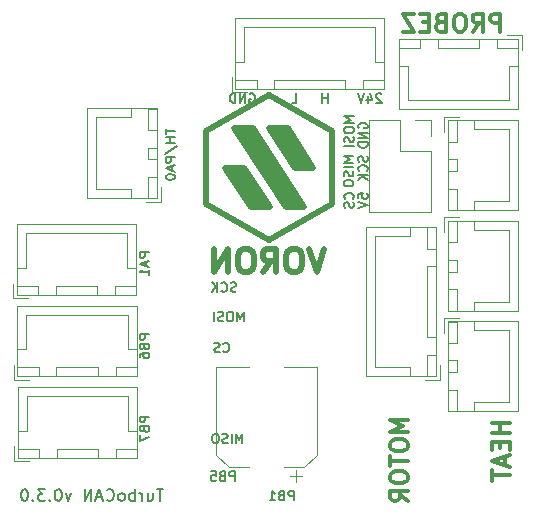
<source format=gbr>
%TF.GenerationSoftware,KiCad,Pcbnew,(6.0.2)*%
%TF.CreationDate,2022-03-22T21:07:05-04:00*%
%TF.ProjectId,turbocan,74757262-6f63-4616-9e2e-6b696361645f,rev?*%
%TF.SameCoordinates,Original*%
%TF.FileFunction,Legend,Bot*%
%TF.FilePolarity,Positive*%
%FSLAX46Y46*%
G04 Gerber Fmt 4.6, Leading zero omitted, Abs format (unit mm)*
G04 Created by KiCad (PCBNEW (6.0.2)) date 2022-03-22 21:07:05*
%MOMM*%
%LPD*%
G01*
G04 APERTURE LIST*
%ADD10C,0.150000*%
%ADD11C,0.300000*%
%ADD12C,0.500000*%
%ADD13C,0.100000*%
%ADD14C,0.120000*%
G04 APERTURE END LIST*
D10*
X27160704Y-24154331D02*
X27160704Y-24611474D01*
X27960704Y-24382903D02*
X27160704Y-24382903D01*
X27960704Y-24878141D02*
X27160704Y-24878141D01*
X27541657Y-24878141D02*
X27541657Y-25335284D01*
X27960704Y-25335284D02*
X27160704Y-25335284D01*
X27122609Y-26287665D02*
X28151180Y-25601950D01*
X27960704Y-26554331D02*
X27160704Y-26554331D01*
X27160704Y-26859093D01*
X27198800Y-26935284D01*
X27236895Y-26973379D01*
X27313085Y-27011474D01*
X27427371Y-27011474D01*
X27503561Y-26973379D01*
X27541657Y-26935284D01*
X27579752Y-26859093D01*
X27579752Y-26554331D01*
X27732133Y-27316236D02*
X27732133Y-27697188D01*
X27960704Y-27240046D02*
X27160704Y-27506712D01*
X27960704Y-27773379D01*
X27160704Y-28192427D02*
X27160704Y-28268617D01*
X27198800Y-28344808D01*
X27236895Y-28382903D01*
X27313085Y-28420998D01*
X27465466Y-28459093D01*
X27655942Y-28459093D01*
X27808323Y-28420998D01*
X27884514Y-28382903D01*
X27922609Y-28344808D01*
X27960704Y-28268617D01*
X27960704Y-28192427D01*
X27922609Y-28116236D01*
X27884514Y-28078141D01*
X27808323Y-28040046D01*
X27655942Y-28001950D01*
X27465466Y-28001950D01*
X27313085Y-28040046D01*
X27236895Y-28078141D01*
X27198800Y-28116236D01*
X27160704Y-28192427D01*
X43461904Y-30047619D02*
X43461904Y-29666666D01*
X43842857Y-29628571D01*
X43804761Y-29666666D01*
X43766666Y-29742857D01*
X43766666Y-29933333D01*
X43804761Y-30009523D01*
X43842857Y-30047619D01*
X43919047Y-30085714D01*
X44109523Y-30085714D01*
X44185714Y-30047619D01*
X44223809Y-30009523D01*
X44261904Y-29933333D01*
X44261904Y-29742857D01*
X44223809Y-29666666D01*
X44185714Y-29628571D01*
X43461904Y-30314285D02*
X44261904Y-30580952D01*
X43461904Y-30847619D01*
X32990476Y-53961904D02*
X32990476Y-53161904D01*
X32685714Y-53161904D01*
X32609523Y-53200000D01*
X32571428Y-53238095D01*
X32533333Y-53314285D01*
X32533333Y-53428571D01*
X32571428Y-53504761D01*
X32609523Y-53542857D01*
X32685714Y-53580952D01*
X32990476Y-53580952D01*
X31923809Y-53542857D02*
X31809523Y-53580952D01*
X31771428Y-53619047D01*
X31733333Y-53695238D01*
X31733333Y-53809523D01*
X31771428Y-53885714D01*
X31809523Y-53923809D01*
X31885714Y-53961904D01*
X32190476Y-53961904D01*
X32190476Y-53161904D01*
X31923809Y-53161904D01*
X31847619Y-53200000D01*
X31809523Y-53238095D01*
X31771428Y-53314285D01*
X31771428Y-53390476D01*
X31809523Y-53466666D01*
X31847619Y-53504761D01*
X31923809Y-53542857D01*
X32190476Y-53542857D01*
X31009523Y-53161904D02*
X31390476Y-53161904D01*
X31428571Y-53542857D01*
X31390476Y-53504761D01*
X31314285Y-53466666D01*
X31123809Y-53466666D01*
X31047619Y-53504761D01*
X31009523Y-53542857D01*
X30971428Y-53619047D01*
X30971428Y-53809523D01*
X31009523Y-53885714D01*
X31047619Y-53923809D01*
X31123809Y-53961904D01*
X31314285Y-53961904D01*
X31390476Y-53923809D01*
X31428571Y-53885714D01*
X37990476Y-55611904D02*
X37990476Y-54811904D01*
X37685714Y-54811904D01*
X37609523Y-54850000D01*
X37571428Y-54888095D01*
X37533333Y-54964285D01*
X37533333Y-55078571D01*
X37571428Y-55154761D01*
X37609523Y-55192857D01*
X37685714Y-55230952D01*
X37990476Y-55230952D01*
X36923809Y-55192857D02*
X36809523Y-55230952D01*
X36771428Y-55269047D01*
X36733333Y-55345238D01*
X36733333Y-55459523D01*
X36771428Y-55535714D01*
X36809523Y-55573809D01*
X36885714Y-55611904D01*
X37190476Y-55611904D01*
X37190476Y-54811904D01*
X36923809Y-54811904D01*
X36847619Y-54850000D01*
X36809523Y-54888095D01*
X36771428Y-54964285D01*
X36771428Y-55040476D01*
X36809523Y-55116666D01*
X36847619Y-55154761D01*
X36923809Y-55192857D01*
X37190476Y-55192857D01*
X35971428Y-55611904D02*
X36428571Y-55611904D01*
X36200000Y-55611904D02*
X36200000Y-54811904D01*
X36276190Y-54926190D01*
X36352380Y-55002380D01*
X36428571Y-55040476D01*
X25761904Y-41554523D02*
X24961904Y-41554523D01*
X24961904Y-41859285D01*
X25000000Y-41935476D01*
X25038095Y-41973571D01*
X25114285Y-42011666D01*
X25228571Y-42011666D01*
X25304761Y-41973571D01*
X25342857Y-41935476D01*
X25380952Y-41859285D01*
X25380952Y-41554523D01*
X25342857Y-42621190D02*
X25380952Y-42735476D01*
X25419047Y-42773571D01*
X25495238Y-42811666D01*
X25609523Y-42811666D01*
X25685714Y-42773571D01*
X25723809Y-42735476D01*
X25761904Y-42659285D01*
X25761904Y-42354523D01*
X24961904Y-42354523D01*
X24961904Y-42621190D01*
X25000000Y-42697380D01*
X25038095Y-42735476D01*
X25114285Y-42773571D01*
X25190476Y-42773571D01*
X25266666Y-42735476D01*
X25304761Y-42697380D01*
X25342857Y-42621190D01*
X25342857Y-42354523D01*
X24961904Y-43497380D02*
X24961904Y-43345000D01*
X25000000Y-43268809D01*
X25038095Y-43230714D01*
X25152380Y-43154523D01*
X25304761Y-43116428D01*
X25609523Y-43116428D01*
X25685714Y-43154523D01*
X25723809Y-43192619D01*
X25761904Y-43268809D01*
X25761904Y-43421190D01*
X25723809Y-43497380D01*
X25685714Y-43535476D01*
X25609523Y-43573571D01*
X25419047Y-43573571D01*
X25342857Y-43535476D01*
X25304761Y-43497380D01*
X25266666Y-43421190D01*
X25266666Y-43268809D01*
X25304761Y-43192619D01*
X25342857Y-43154523D01*
X25419047Y-43116428D01*
X43029549Y-26478777D02*
X42229549Y-26478777D01*
X42800978Y-26745443D01*
X42229549Y-27012110D01*
X43029549Y-27012110D01*
X43029549Y-27393062D02*
X42229549Y-27393062D01*
X42991454Y-27735920D02*
X43029549Y-27850205D01*
X43029549Y-28040681D01*
X42991454Y-28116872D01*
X42953359Y-28154967D01*
X42877168Y-28193062D01*
X42800978Y-28193062D01*
X42724787Y-28154967D01*
X42686692Y-28116872D01*
X42648597Y-28040681D01*
X42610502Y-27888300D01*
X42572406Y-27812110D01*
X42534311Y-27774015D01*
X42458121Y-27735920D01*
X42381930Y-27735920D01*
X42305740Y-27774015D01*
X42267645Y-27812110D01*
X42229549Y-27888300D01*
X42229549Y-28078777D01*
X42267645Y-28193062D01*
X42229549Y-28688300D02*
X42229549Y-28840681D01*
X42267645Y-28916872D01*
X42343835Y-28993062D01*
X42496216Y-29031158D01*
X42762883Y-29031158D01*
X42915264Y-28993062D01*
X42991454Y-28916872D01*
X43029549Y-28840681D01*
X43029549Y-28688300D01*
X42991454Y-28612110D01*
X42915264Y-28535920D01*
X42762883Y-28497824D01*
X42496216Y-28497824D01*
X42343835Y-28535920D01*
X42267645Y-28612110D01*
X42229549Y-28688300D01*
X26971428Y-54652380D02*
X26400000Y-54652380D01*
X26685714Y-55652380D02*
X26685714Y-54652380D01*
X25638095Y-54985714D02*
X25638095Y-55652380D01*
X26066666Y-54985714D02*
X26066666Y-55509523D01*
X26019047Y-55604761D01*
X25923809Y-55652380D01*
X25780952Y-55652380D01*
X25685714Y-55604761D01*
X25638095Y-55557142D01*
X25161904Y-55652380D02*
X25161904Y-54985714D01*
X25161904Y-55176190D02*
X25114285Y-55080952D01*
X25066666Y-55033333D01*
X24971428Y-54985714D01*
X24876190Y-54985714D01*
X24542857Y-55652380D02*
X24542857Y-54652380D01*
X24542857Y-55033333D02*
X24447619Y-54985714D01*
X24257142Y-54985714D01*
X24161904Y-55033333D01*
X24114285Y-55080952D01*
X24066666Y-55176190D01*
X24066666Y-55461904D01*
X24114285Y-55557142D01*
X24161904Y-55604761D01*
X24257142Y-55652380D01*
X24447619Y-55652380D01*
X24542857Y-55604761D01*
X23495238Y-55652380D02*
X23590476Y-55604761D01*
X23638095Y-55557142D01*
X23685714Y-55461904D01*
X23685714Y-55176190D01*
X23638095Y-55080952D01*
X23590476Y-55033333D01*
X23495238Y-54985714D01*
X23352380Y-54985714D01*
X23257142Y-55033333D01*
X23209523Y-55080952D01*
X23161904Y-55176190D01*
X23161904Y-55461904D01*
X23209523Y-55557142D01*
X23257142Y-55604761D01*
X23352380Y-55652380D01*
X23495238Y-55652380D01*
X22161904Y-55557142D02*
X22209523Y-55604761D01*
X22352380Y-55652380D01*
X22447619Y-55652380D01*
X22590476Y-55604761D01*
X22685714Y-55509523D01*
X22733333Y-55414285D01*
X22780952Y-55223809D01*
X22780952Y-55080952D01*
X22733333Y-54890476D01*
X22685714Y-54795238D01*
X22590476Y-54700000D01*
X22447619Y-54652380D01*
X22352380Y-54652380D01*
X22209523Y-54700000D01*
X22161904Y-54747619D01*
X21780952Y-55366666D02*
X21304761Y-55366666D01*
X21876190Y-55652380D02*
X21542857Y-54652380D01*
X21209523Y-55652380D01*
X20876190Y-55652380D02*
X20876190Y-54652380D01*
X20304761Y-55652380D01*
X20304761Y-54652380D01*
X19161904Y-54985714D02*
X18923809Y-55652380D01*
X18685714Y-54985714D01*
X18114285Y-54652380D02*
X18019047Y-54652380D01*
X17923809Y-54700000D01*
X17876190Y-54747619D01*
X17828571Y-54842857D01*
X17780952Y-55033333D01*
X17780952Y-55271428D01*
X17828571Y-55461904D01*
X17876190Y-55557142D01*
X17923809Y-55604761D01*
X18019047Y-55652380D01*
X18114285Y-55652380D01*
X18209523Y-55604761D01*
X18257142Y-55557142D01*
X18304761Y-55461904D01*
X18352380Y-55271428D01*
X18352380Y-55033333D01*
X18304761Y-54842857D01*
X18257142Y-54747619D01*
X18209523Y-54700000D01*
X18114285Y-54652380D01*
X17352380Y-55557142D02*
X17304761Y-55604761D01*
X17352380Y-55652380D01*
X17400000Y-55604761D01*
X17352380Y-55557142D01*
X17352380Y-55652380D01*
X16971428Y-54652380D02*
X16352380Y-54652380D01*
X16685714Y-55033333D01*
X16542857Y-55033333D01*
X16447619Y-55080952D01*
X16400000Y-55128571D01*
X16352380Y-55223809D01*
X16352380Y-55461904D01*
X16400000Y-55557142D01*
X16447619Y-55604761D01*
X16542857Y-55652380D01*
X16828571Y-55652380D01*
X16923809Y-55604761D01*
X16971428Y-55557142D01*
X15923809Y-55557142D02*
X15876190Y-55604761D01*
X15923809Y-55652380D01*
X15971428Y-55604761D01*
X15923809Y-55557142D01*
X15923809Y-55652380D01*
X15257142Y-54652380D02*
X15161904Y-54652380D01*
X15066666Y-54700000D01*
X15019047Y-54747619D01*
X14971428Y-54842857D01*
X14923809Y-55033333D01*
X14923809Y-55271428D01*
X14971428Y-55461904D01*
X15019047Y-55557142D01*
X15066666Y-55604761D01*
X15161904Y-55652380D01*
X15257142Y-55652380D01*
X15352380Y-55604761D01*
X15399999Y-55557142D01*
X15447619Y-55461904D01*
X15495238Y-55271428D01*
X15495238Y-55033333D01*
X15447619Y-54842857D01*
X15399999Y-54747619D01*
X15352380Y-54700000D01*
X15257142Y-54652380D01*
D11*
X56278571Y-49078571D02*
X54778571Y-49078571D01*
X55492857Y-49078571D02*
X55492857Y-49935714D01*
X56278571Y-49935714D02*
X54778571Y-49935714D01*
X55492857Y-50650000D02*
X55492857Y-51150000D01*
X56278571Y-51364285D02*
X56278571Y-50650000D01*
X54778571Y-50650000D01*
X54778571Y-51364285D01*
X55850000Y-51935714D02*
X55850000Y-52650000D01*
X56278571Y-51792857D02*
X54778571Y-52292857D01*
X56278571Y-52792857D01*
X54778571Y-53078571D02*
X54778571Y-53935714D01*
X56278571Y-53507142D02*
X54778571Y-53507142D01*
D12*
X40609523Y-34304761D02*
X39942857Y-36304761D01*
X39276190Y-34304761D01*
X38228571Y-34304761D02*
X37847619Y-34304761D01*
X37657142Y-34400000D01*
X37466666Y-34590476D01*
X37371428Y-34971428D01*
X37371428Y-35638095D01*
X37466666Y-36019047D01*
X37657142Y-36209523D01*
X37847619Y-36304761D01*
X38228571Y-36304761D01*
X38419047Y-36209523D01*
X38609523Y-36019047D01*
X38704761Y-35638095D01*
X38704761Y-34971428D01*
X38609523Y-34590476D01*
X38419047Y-34400000D01*
X38228571Y-34304761D01*
X35371428Y-36304761D02*
X36038095Y-35352380D01*
X36514285Y-36304761D02*
X36514285Y-34304761D01*
X35752380Y-34304761D01*
X35561904Y-34400000D01*
X35466666Y-34495238D01*
X35371428Y-34685714D01*
X35371428Y-34971428D01*
X35466666Y-35161904D01*
X35561904Y-35257142D01*
X35752380Y-35352380D01*
X36514285Y-35352380D01*
X34133333Y-34304761D02*
X33752380Y-34304761D01*
X33561904Y-34400000D01*
X33371428Y-34590476D01*
X33276190Y-34971428D01*
X33276190Y-35638095D01*
X33371428Y-36019047D01*
X33561904Y-36209523D01*
X33752380Y-36304761D01*
X34133333Y-36304761D01*
X34323809Y-36209523D01*
X34514285Y-36019047D01*
X34609523Y-35638095D01*
X34609523Y-34971428D01*
X34514285Y-34590476D01*
X34323809Y-34400000D01*
X34133333Y-34304761D01*
X32419047Y-36304761D02*
X32419047Y-34304761D01*
X31276190Y-36304761D01*
X31276190Y-34304761D01*
D10*
X33757142Y-40461904D02*
X33757142Y-39661904D01*
X33490476Y-40233333D01*
X33223809Y-39661904D01*
X33223809Y-40461904D01*
X32690476Y-39661904D02*
X32538095Y-39661904D01*
X32461904Y-39700000D01*
X32385714Y-39776190D01*
X32347619Y-39928571D01*
X32347619Y-40195238D01*
X32385714Y-40347619D01*
X32461904Y-40423809D01*
X32538095Y-40461904D01*
X32690476Y-40461904D01*
X32766666Y-40423809D01*
X32842857Y-40347619D01*
X32880952Y-40195238D01*
X32880952Y-39928571D01*
X32842857Y-39776190D01*
X32766666Y-39700000D01*
X32690476Y-39661904D01*
X32042857Y-40423809D02*
X31928571Y-40461904D01*
X31738095Y-40461904D01*
X31661904Y-40423809D01*
X31623809Y-40385714D01*
X31585714Y-40309523D01*
X31585714Y-40233333D01*
X31623809Y-40157142D01*
X31661904Y-40119047D01*
X31738095Y-40080952D01*
X31890476Y-40042857D01*
X31966666Y-40004761D01*
X32004761Y-39966666D01*
X32042857Y-39890476D01*
X32042857Y-39814285D01*
X32004761Y-39738095D01*
X31966666Y-39700000D01*
X31890476Y-39661904D01*
X31700000Y-39661904D01*
X31585714Y-39700000D01*
X31242857Y-40461904D02*
X31242857Y-39661904D01*
X37852380Y-21951904D02*
X38233333Y-21951904D01*
X38233333Y-21151904D01*
X43073390Y-23103022D02*
X42273390Y-23103022D01*
X42844819Y-23369688D01*
X42273390Y-23636355D01*
X43073390Y-23636355D01*
X42273390Y-24169688D02*
X42273390Y-24322069D01*
X42311486Y-24398260D01*
X42387676Y-24474450D01*
X42540057Y-24512545D01*
X42806724Y-24512545D01*
X42959105Y-24474450D01*
X43035295Y-24398260D01*
X43073390Y-24322069D01*
X43073390Y-24169688D01*
X43035295Y-24093498D01*
X42959105Y-24017307D01*
X42806724Y-23979212D01*
X42540057Y-23979212D01*
X42387676Y-24017307D01*
X42311486Y-24093498D01*
X42273390Y-24169688D01*
X43035295Y-24817307D02*
X43073390Y-24931593D01*
X43073390Y-25122069D01*
X43035295Y-25198260D01*
X42997200Y-25236355D01*
X42921009Y-25274450D01*
X42844819Y-25274450D01*
X42768628Y-25236355D01*
X42730533Y-25198260D01*
X42692438Y-25122069D01*
X42654343Y-24969688D01*
X42616247Y-24893498D01*
X42578152Y-24855403D01*
X42501962Y-24817307D01*
X42425771Y-24817307D01*
X42349581Y-24855403D01*
X42311486Y-24893498D01*
X42273390Y-24969688D01*
X42273390Y-25160165D01*
X42311486Y-25274450D01*
X43073390Y-25617307D02*
X42273390Y-25617307D01*
D11*
X55506428Y-15918571D02*
X55506428Y-14418571D01*
X54935000Y-14418571D01*
X54792142Y-14490000D01*
X54720714Y-14561428D01*
X54649285Y-14704285D01*
X54649285Y-14918571D01*
X54720714Y-15061428D01*
X54792142Y-15132857D01*
X54935000Y-15204285D01*
X55506428Y-15204285D01*
X53149285Y-15918571D02*
X53649285Y-15204285D01*
X54006428Y-15918571D02*
X54006428Y-14418571D01*
X53435000Y-14418571D01*
X53292142Y-14490000D01*
X53220714Y-14561428D01*
X53149285Y-14704285D01*
X53149285Y-14918571D01*
X53220714Y-15061428D01*
X53292142Y-15132857D01*
X53435000Y-15204285D01*
X54006428Y-15204285D01*
X52220714Y-14418571D02*
X51935000Y-14418571D01*
X51792142Y-14490000D01*
X51649285Y-14632857D01*
X51577857Y-14918571D01*
X51577857Y-15418571D01*
X51649285Y-15704285D01*
X51792142Y-15847142D01*
X51935000Y-15918571D01*
X52220714Y-15918571D01*
X52363571Y-15847142D01*
X52506428Y-15704285D01*
X52577857Y-15418571D01*
X52577857Y-14918571D01*
X52506428Y-14632857D01*
X52363571Y-14490000D01*
X52220714Y-14418571D01*
X50435000Y-15132857D02*
X50220714Y-15204285D01*
X50149285Y-15275714D01*
X50077857Y-15418571D01*
X50077857Y-15632857D01*
X50149285Y-15775714D01*
X50220714Y-15847142D01*
X50363571Y-15918571D01*
X50935000Y-15918571D01*
X50935000Y-14418571D01*
X50435000Y-14418571D01*
X50292142Y-14490000D01*
X50220714Y-14561428D01*
X50149285Y-14704285D01*
X50149285Y-14847142D01*
X50220714Y-14990000D01*
X50292142Y-15061428D01*
X50435000Y-15132857D01*
X50935000Y-15132857D01*
X49435000Y-15132857D02*
X48935000Y-15132857D01*
X48720714Y-15918571D02*
X49435000Y-15918571D01*
X49435000Y-14418571D01*
X48720714Y-14418571D01*
X48220714Y-14418571D02*
X47220714Y-14418571D01*
X48220714Y-15918571D01*
X47220714Y-15918571D01*
D10*
X43500000Y-24090476D02*
X43461904Y-24014285D01*
X43461904Y-23900000D01*
X43500000Y-23785714D01*
X43576190Y-23709523D01*
X43652380Y-23671428D01*
X43804761Y-23633333D01*
X43919047Y-23633333D01*
X44071428Y-23671428D01*
X44147619Y-23709523D01*
X44223809Y-23785714D01*
X44261904Y-23900000D01*
X44261904Y-23976190D01*
X44223809Y-24090476D01*
X44185714Y-24128571D01*
X43919047Y-24128571D01*
X43919047Y-23976190D01*
X44261904Y-24471428D02*
X43461904Y-24471428D01*
X44261904Y-24928571D01*
X43461904Y-24928571D01*
X44261904Y-25309523D02*
X43461904Y-25309523D01*
X43461904Y-25500000D01*
X43500000Y-25614285D01*
X43576190Y-25690476D01*
X43652380Y-25728571D01*
X43804761Y-25766666D01*
X43919047Y-25766666D01*
X44071428Y-25728571D01*
X44147619Y-25690476D01*
X44223809Y-25614285D01*
X44261904Y-25500000D01*
X44261904Y-25309523D01*
X25761904Y-34626666D02*
X24961904Y-34626666D01*
X24961904Y-34931428D01*
X25000000Y-35007619D01*
X25038095Y-35045714D01*
X25114285Y-35083809D01*
X25228571Y-35083809D01*
X25304761Y-35045714D01*
X25342857Y-35007619D01*
X25380952Y-34931428D01*
X25380952Y-34626666D01*
X25533333Y-35388571D02*
X25533333Y-35769523D01*
X25761904Y-35312380D02*
X24961904Y-35579047D01*
X25761904Y-35845714D01*
X25761904Y-36531428D02*
X25761904Y-36074285D01*
X25761904Y-36302857D02*
X24961904Y-36302857D01*
X25076190Y-36226666D01*
X25152380Y-36150476D01*
X25190476Y-36074285D01*
X40868571Y-21951904D02*
X40868571Y-21151904D01*
X40868571Y-21532857D02*
X40411428Y-21532857D01*
X40411428Y-21951904D02*
X40411428Y-21151904D01*
X25761904Y-48539523D02*
X24961904Y-48539523D01*
X24961904Y-48844285D01*
X25000000Y-48920476D01*
X25038095Y-48958571D01*
X25114285Y-48996666D01*
X25228571Y-48996666D01*
X25304761Y-48958571D01*
X25342857Y-48920476D01*
X25380952Y-48844285D01*
X25380952Y-48539523D01*
X25342857Y-49606190D02*
X25380952Y-49720476D01*
X25419047Y-49758571D01*
X25495238Y-49796666D01*
X25609523Y-49796666D01*
X25685714Y-49758571D01*
X25723809Y-49720476D01*
X25761904Y-49644285D01*
X25761904Y-49339523D01*
X24961904Y-49339523D01*
X24961904Y-49606190D01*
X25000000Y-49682380D01*
X25038095Y-49720476D01*
X25114285Y-49758571D01*
X25190476Y-49758571D01*
X25266666Y-49720476D01*
X25304761Y-49682380D01*
X25342857Y-49606190D01*
X25342857Y-49339523D01*
X24961904Y-50063333D02*
X24961904Y-50596666D01*
X25761904Y-50253809D01*
X45402380Y-21228095D02*
X45364285Y-21190000D01*
X45288095Y-21151904D01*
X45097619Y-21151904D01*
X45021428Y-21190000D01*
X44983333Y-21228095D01*
X44945238Y-21304285D01*
X44945238Y-21380476D01*
X44983333Y-21494761D01*
X45440476Y-21951904D01*
X44945238Y-21951904D01*
X44259523Y-21418571D02*
X44259523Y-21951904D01*
X44450000Y-21113809D02*
X44640476Y-21685238D01*
X44145238Y-21685238D01*
X43954761Y-21151904D02*
X43688095Y-21951904D01*
X43421428Y-21151904D01*
X33128571Y-37923809D02*
X33014285Y-37961904D01*
X32823809Y-37961904D01*
X32747619Y-37923809D01*
X32709523Y-37885714D01*
X32671428Y-37809523D01*
X32671428Y-37733333D01*
X32709523Y-37657142D01*
X32747619Y-37619047D01*
X32823809Y-37580952D01*
X32976190Y-37542857D01*
X33052380Y-37504761D01*
X33090476Y-37466666D01*
X33128571Y-37390476D01*
X33128571Y-37314285D01*
X33090476Y-37238095D01*
X33052380Y-37200000D01*
X32976190Y-37161904D01*
X32785714Y-37161904D01*
X32671428Y-37200000D01*
X31871428Y-37885714D02*
X31909523Y-37923809D01*
X32023809Y-37961904D01*
X32100000Y-37961904D01*
X32214285Y-37923809D01*
X32290476Y-37847619D01*
X32328571Y-37771428D01*
X32366666Y-37619047D01*
X32366666Y-37504761D01*
X32328571Y-37352380D01*
X32290476Y-37276190D01*
X32214285Y-37200000D01*
X32100000Y-37161904D01*
X32023809Y-37161904D01*
X31909523Y-37200000D01*
X31871428Y-37238095D01*
X31528571Y-37961904D02*
X31528571Y-37161904D01*
X31071428Y-37961904D02*
X31414285Y-37504761D01*
X31071428Y-37161904D02*
X31528571Y-37619047D01*
X43008160Y-30068641D02*
X43046255Y-30030546D01*
X43084350Y-29916260D01*
X43084350Y-29840070D01*
X43046255Y-29725784D01*
X42970065Y-29649594D01*
X42893874Y-29611498D01*
X42741493Y-29573403D01*
X42627207Y-29573403D01*
X42474826Y-29611498D01*
X42398636Y-29649594D01*
X42322446Y-29725784D01*
X42284350Y-29840070D01*
X42284350Y-29916260D01*
X42322446Y-30030546D01*
X42360541Y-30068641D01*
X43046255Y-30373403D02*
X43084350Y-30487689D01*
X43084350Y-30678165D01*
X43046255Y-30754355D01*
X43008160Y-30792451D01*
X42931969Y-30830546D01*
X42855779Y-30830546D01*
X42779588Y-30792451D01*
X42741493Y-30754355D01*
X42703398Y-30678165D01*
X42665303Y-30525784D01*
X42627207Y-30449594D01*
X42589112Y-30411498D01*
X42512922Y-30373403D01*
X42436731Y-30373403D01*
X42360541Y-30411498D01*
X42322446Y-30449594D01*
X42284350Y-30525784D01*
X42284350Y-30716260D01*
X42322446Y-30830546D01*
X34264523Y-21190000D02*
X34340714Y-21151904D01*
X34455000Y-21151904D01*
X34569285Y-21190000D01*
X34645476Y-21266190D01*
X34683571Y-21342380D01*
X34721666Y-21494761D01*
X34721666Y-21609047D01*
X34683571Y-21761428D01*
X34645476Y-21837619D01*
X34569285Y-21913809D01*
X34455000Y-21951904D01*
X34378809Y-21951904D01*
X34264523Y-21913809D01*
X34226428Y-21875714D01*
X34226428Y-21609047D01*
X34378809Y-21609047D01*
X33883571Y-21951904D02*
X33883571Y-21151904D01*
X33426428Y-21951904D01*
X33426428Y-21151904D01*
X33045476Y-21951904D02*
X33045476Y-21151904D01*
X32855000Y-21151904D01*
X32740714Y-21190000D01*
X32664523Y-21266190D01*
X32626428Y-21342380D01*
X32588333Y-21494761D01*
X32588333Y-21609047D01*
X32626428Y-21761428D01*
X32664523Y-21837619D01*
X32740714Y-21913809D01*
X32855000Y-21951904D01*
X33045476Y-21951904D01*
X32033333Y-42985714D02*
X32071428Y-43023809D01*
X32185714Y-43061904D01*
X32261904Y-43061904D01*
X32376190Y-43023809D01*
X32452380Y-42947619D01*
X32490476Y-42871428D01*
X32528571Y-42719047D01*
X32528571Y-42604761D01*
X32490476Y-42452380D01*
X32452380Y-42376190D01*
X32376190Y-42300000D01*
X32261904Y-42261904D01*
X32185714Y-42261904D01*
X32071428Y-42300000D01*
X32033333Y-42338095D01*
X31728571Y-43023809D02*
X31614285Y-43061904D01*
X31423809Y-43061904D01*
X31347619Y-43023809D01*
X31309523Y-42985714D01*
X31271428Y-42909523D01*
X31271428Y-42833333D01*
X31309523Y-42757142D01*
X31347619Y-42719047D01*
X31423809Y-42680952D01*
X31576190Y-42642857D01*
X31652380Y-42604761D01*
X31690476Y-42566666D01*
X31728571Y-42490476D01*
X31728571Y-42414285D01*
X31690476Y-42338095D01*
X31652380Y-42300000D01*
X31576190Y-42261904D01*
X31385714Y-42261904D01*
X31271428Y-42300000D01*
X33657142Y-50761904D02*
X33657142Y-49961904D01*
X33390476Y-50533333D01*
X33123809Y-49961904D01*
X33123809Y-50761904D01*
X32742857Y-50761904D02*
X32742857Y-49961904D01*
X32400000Y-50723809D02*
X32285714Y-50761904D01*
X32095238Y-50761904D01*
X32019047Y-50723809D01*
X31980952Y-50685714D01*
X31942857Y-50609523D01*
X31942857Y-50533333D01*
X31980952Y-50457142D01*
X32019047Y-50419047D01*
X32095238Y-50380952D01*
X32247619Y-50342857D01*
X32323809Y-50304761D01*
X32361904Y-50266666D01*
X32400000Y-50190476D01*
X32400000Y-50114285D01*
X32361904Y-50038095D01*
X32323809Y-50000000D01*
X32247619Y-49961904D01*
X32057142Y-49961904D01*
X31942857Y-50000000D01*
X31447619Y-49961904D02*
X31295238Y-49961904D01*
X31219047Y-50000000D01*
X31142857Y-50076190D01*
X31104761Y-50228571D01*
X31104761Y-50495238D01*
X31142857Y-50647619D01*
X31219047Y-50723809D01*
X31295238Y-50761904D01*
X31447619Y-50761904D01*
X31523809Y-50723809D01*
X31600000Y-50647619D01*
X31638095Y-50495238D01*
X31638095Y-50228571D01*
X31600000Y-50076190D01*
X31523809Y-50000000D01*
X31447619Y-49961904D01*
X44223809Y-26471428D02*
X44261904Y-26585714D01*
X44261904Y-26776190D01*
X44223809Y-26852380D01*
X44185714Y-26890476D01*
X44109523Y-26928571D01*
X44033333Y-26928571D01*
X43957142Y-26890476D01*
X43919047Y-26852380D01*
X43880952Y-26776190D01*
X43842857Y-26623809D01*
X43804761Y-26547619D01*
X43766666Y-26509523D01*
X43690476Y-26471428D01*
X43614285Y-26471428D01*
X43538095Y-26509523D01*
X43500000Y-26547619D01*
X43461904Y-26623809D01*
X43461904Y-26814285D01*
X43500000Y-26928571D01*
X44185714Y-27728571D02*
X44223809Y-27690476D01*
X44261904Y-27576190D01*
X44261904Y-27500000D01*
X44223809Y-27385714D01*
X44147619Y-27309523D01*
X44071428Y-27271428D01*
X43919047Y-27233333D01*
X43804761Y-27233333D01*
X43652380Y-27271428D01*
X43576190Y-27309523D01*
X43500000Y-27385714D01*
X43461904Y-27500000D01*
X43461904Y-27576190D01*
X43500000Y-27690476D01*
X43538095Y-27728571D01*
X44261904Y-28071428D02*
X43461904Y-28071428D01*
X44261904Y-28528571D02*
X43804761Y-28185714D01*
X43461904Y-28528571D02*
X43919047Y-28071428D01*
D11*
X47678571Y-48807142D02*
X46178571Y-48807142D01*
X47250000Y-49307142D01*
X46178571Y-49807142D01*
X47678571Y-49807142D01*
X46178571Y-50807142D02*
X46178571Y-51092857D01*
X46250000Y-51235714D01*
X46392857Y-51378571D01*
X46678571Y-51450000D01*
X47178571Y-51450000D01*
X47464285Y-51378571D01*
X47607142Y-51235714D01*
X47678571Y-51092857D01*
X47678571Y-50807142D01*
X47607142Y-50664285D01*
X47464285Y-50521428D01*
X47178571Y-50450000D01*
X46678571Y-50450000D01*
X46392857Y-50521428D01*
X46250000Y-50664285D01*
X46178571Y-50807142D01*
X46178571Y-51878571D02*
X46178571Y-52735714D01*
X47678571Y-52307142D02*
X46178571Y-52307142D01*
X46178571Y-53521428D02*
X46178571Y-53807142D01*
X46250000Y-53950000D01*
X46392857Y-54092857D01*
X46678571Y-54164285D01*
X47178571Y-54164285D01*
X47464285Y-54092857D01*
X47607142Y-53950000D01*
X47678571Y-53807142D01*
X47678571Y-53521428D01*
X47607142Y-53378571D01*
X47464285Y-53235714D01*
X47178571Y-53164285D01*
X46678571Y-53164285D01*
X46392857Y-53235714D01*
X46250000Y-53378571D01*
X46178571Y-53521428D01*
X47678571Y-55664285D02*
X46964285Y-55164285D01*
X47678571Y-54807142D02*
X46178571Y-54807142D01*
X46178571Y-55378571D01*
X46250000Y-55521428D01*
X46321428Y-55592857D01*
X46464285Y-55664285D01*
X46678571Y-55664285D01*
X46821428Y-55592857D01*
X46892857Y-55521428D01*
X46964285Y-55378571D01*
X46964285Y-54807142D01*
D13*
%TO.C,REF\u002A\u002A*%
X34406522Y-30797038D02*
X35959522Y-30797038D01*
X35959522Y-30797038D02*
X33770182Y-27450728D01*
X33770182Y-27450728D02*
X32217182Y-27450728D01*
X32217182Y-27450728D02*
X34406522Y-30797038D01*
G36*
X35959522Y-30797038D02*
G01*
X34406522Y-30797038D01*
X32217182Y-27450728D01*
X33770182Y-27450728D01*
X35959522Y-30797038D01*
G37*
X35959522Y-30797038D02*
X34406522Y-30797038D01*
X32217182Y-27450728D01*
X33770182Y-27450728D01*
X35959522Y-30797038D01*
X37359262Y-30797038D02*
X38912272Y-30797038D01*
X38912272Y-30797038D02*
X34533642Y-24104418D01*
X34533642Y-24104418D02*
X32980622Y-24104418D01*
X32980622Y-24104418D02*
X37359262Y-30797038D01*
G36*
X38912272Y-30797038D02*
G01*
X37359262Y-30797038D01*
X32980622Y-24104418D01*
X34533642Y-24104418D01*
X38912272Y-30797038D01*
G37*
X38912272Y-30797038D02*
X37359262Y-30797038D01*
X32980622Y-24104418D01*
X34533642Y-24104418D01*
X38912272Y-30797038D01*
X38122722Y-27450728D02*
X39675722Y-27450728D01*
X39675722Y-27450728D02*
X37486392Y-24104418D01*
X37486392Y-24104418D02*
X35933372Y-24104418D01*
X35933372Y-24104418D02*
X38122722Y-27450728D01*
G36*
X39675722Y-27450728D02*
G01*
X38122722Y-27450728D01*
X35933372Y-24104418D01*
X37486392Y-24104418D01*
X39675722Y-27450728D01*
G37*
X39675722Y-27450728D02*
X38122722Y-27450728D01*
X35933372Y-24104418D01*
X37486392Y-24104418D01*
X39675722Y-27450728D01*
D12*
X35944502Y-33602313D02*
X41271918Y-30526518D01*
X30617182Y-30526518D02*
X35944502Y-33602313D01*
X37359262Y-30797038D02*
X32980622Y-24104418D01*
X35944502Y-21299148D02*
X35944502Y-21299148D01*
X35944502Y-21299148D02*
X30617182Y-24374938D01*
X41271918Y-24374938D02*
X35944502Y-21299148D01*
X41271918Y-30526518D02*
X41271918Y-24374938D01*
X30617182Y-24374938D02*
X30617182Y-30526518D01*
X34533642Y-24104418D02*
X38912272Y-30797038D01*
X32980622Y-24104418D02*
X34533642Y-24104418D01*
X38122722Y-27450728D02*
X35933372Y-24104418D01*
X34406522Y-30797038D02*
X34406522Y-30797038D01*
X35959522Y-30797038D02*
X34406522Y-30797038D01*
X33770182Y-27450728D02*
X35959522Y-30797038D01*
X32217182Y-27450728D02*
X33770182Y-27450728D01*
X34406522Y-30797038D02*
X32217182Y-27450728D01*
X37359262Y-30797038D02*
X37359262Y-30797038D01*
X38912272Y-30797038D02*
X37359262Y-30797038D01*
X38122722Y-27450728D02*
X38122722Y-27450728D01*
X39675722Y-27450728D02*
X38122722Y-27450728D01*
X37486392Y-24104418D02*
X39675722Y-27450728D01*
X35933372Y-24104418D02*
X37486392Y-24104418D01*
D14*
%TO.C,J2*%
X50075000Y-41795000D02*
X49325000Y-41795000D01*
X49325000Y-34295000D02*
X49325000Y-32495000D01*
X49325000Y-45095000D02*
X49325000Y-43295000D01*
X44115000Y-45105000D02*
X44115000Y-32485000D01*
X50075000Y-35795000D02*
X50075000Y-41795000D01*
X44875000Y-44345000D02*
X44875000Y-38795000D01*
X49325000Y-35795000D02*
X50075000Y-35795000D01*
X50375000Y-45395000D02*
X49125000Y-45395000D01*
X50375000Y-44145000D02*
X50375000Y-45395000D01*
X50075000Y-32495000D02*
X50075000Y-34295000D01*
X50075000Y-45095000D02*
X49325000Y-45095000D01*
X50075000Y-34295000D02*
X49325000Y-34295000D01*
X47825000Y-45095000D02*
X47825000Y-44345000D01*
X49325000Y-43295000D02*
X50075000Y-43295000D01*
X44875000Y-33245000D02*
X44875000Y-38795000D01*
X47825000Y-44345000D02*
X44875000Y-44345000D01*
X44115000Y-32485000D02*
X50085000Y-32485000D01*
X50075000Y-43295000D02*
X50075000Y-45095000D01*
X50085000Y-45105000D02*
X44115000Y-45105000D01*
X50085000Y-32485000D02*
X50085000Y-45105000D01*
X47825000Y-32495000D02*
X47825000Y-33245000D01*
X49325000Y-41795000D02*
X49325000Y-35795000D01*
X47825000Y-33245000D02*
X44875000Y-33245000D01*
X49325000Y-32495000D02*
X50075000Y-32495000D01*
%TO.C,J10*%
X33820000Y-15555000D02*
X39370000Y-15555000D01*
X45680000Y-20765000D02*
X33060000Y-20765000D01*
X33070000Y-18505000D02*
X33820000Y-18505000D01*
X36370000Y-20755000D02*
X36370000Y-20005000D01*
X42370000Y-20005000D02*
X42370000Y-20755000D01*
X32770000Y-21055000D02*
X32770000Y-19805000D01*
X44920000Y-15555000D02*
X39370000Y-15555000D01*
X34870000Y-20005000D02*
X34870000Y-20755000D01*
X44920000Y-18505000D02*
X44920000Y-15555000D01*
X34020000Y-21055000D02*
X32770000Y-21055000D01*
X36370000Y-20005000D02*
X42370000Y-20005000D01*
X43870000Y-20005000D02*
X45670000Y-20005000D01*
X45670000Y-18505000D02*
X44920000Y-18505000D01*
X33820000Y-18505000D02*
X33820000Y-15555000D01*
X33070000Y-20005000D02*
X34870000Y-20005000D01*
X33060000Y-20765000D02*
X33060000Y-14795000D01*
X45680000Y-14795000D02*
X45680000Y-20765000D01*
X34870000Y-20755000D02*
X33070000Y-20755000D01*
X43870000Y-20755000D02*
X43870000Y-20005000D01*
X42370000Y-20755000D02*
X36370000Y-20755000D01*
X45670000Y-20005000D02*
X45670000Y-20755000D01*
X45670000Y-20755000D02*
X43870000Y-20755000D01*
X33070000Y-20755000D02*
X33070000Y-20005000D01*
X33060000Y-14795000D02*
X45680000Y-14795000D01*
%TO.C,J11*%
X53300000Y-24200000D02*
X56250000Y-24200000D01*
X57010000Y-23440000D02*
X57010000Y-31060000D01*
X51050000Y-23450000D02*
X51800000Y-23450000D01*
X50750000Y-24400000D02*
X50750000Y-23150000D01*
X51050000Y-29250000D02*
X51800000Y-29250000D01*
X51050000Y-26750000D02*
X51800000Y-26750000D01*
X51800000Y-25250000D02*
X51050000Y-25250000D01*
X51800000Y-26750000D02*
X51800000Y-27750000D01*
X51040000Y-31060000D02*
X51040000Y-23440000D01*
X53300000Y-31050000D02*
X53300000Y-30300000D01*
X51050000Y-27750000D02*
X51050000Y-26750000D01*
X51800000Y-29250000D02*
X51800000Y-31050000D01*
X51050000Y-25250000D02*
X51050000Y-23450000D01*
X50750000Y-23150000D02*
X52000000Y-23150000D01*
X51800000Y-31050000D02*
X51050000Y-31050000D01*
X51800000Y-23450000D02*
X51800000Y-25250000D01*
X56250000Y-30300000D02*
X56250000Y-27250000D01*
X56250000Y-24200000D02*
X56250000Y-27250000D01*
X53300000Y-30300000D02*
X56250000Y-30300000D01*
X51800000Y-27750000D02*
X51050000Y-27750000D01*
X51040000Y-23440000D02*
X57010000Y-23440000D01*
X51050000Y-31050000D02*
X51050000Y-29250000D01*
X57010000Y-31060000D02*
X51040000Y-31060000D01*
X53300000Y-23450000D02*
X53300000Y-24200000D01*
%TO.C,J12*%
X51050000Y-33750000D02*
X51050000Y-31950000D01*
X51050000Y-31950000D02*
X51800000Y-31950000D01*
X51800000Y-35250000D02*
X51800000Y-36250000D01*
X51050000Y-36250000D02*
X51050000Y-35250000D01*
X56250000Y-32700000D02*
X56250000Y-35750000D01*
X53300000Y-39550000D02*
X53300000Y-38800000D01*
X51050000Y-37750000D02*
X51800000Y-37750000D01*
X50750000Y-31650000D02*
X52000000Y-31650000D01*
X53300000Y-38800000D02*
X56250000Y-38800000D01*
X57010000Y-31940000D02*
X57010000Y-39560000D01*
X51800000Y-33750000D02*
X51050000Y-33750000D01*
X57010000Y-39560000D02*
X51040000Y-39560000D01*
X50750000Y-32900000D02*
X50750000Y-31650000D01*
X51800000Y-37750000D02*
X51800000Y-39550000D01*
X51040000Y-39560000D02*
X51040000Y-31940000D01*
X51800000Y-31950000D02*
X51800000Y-33750000D01*
X51800000Y-39550000D02*
X51050000Y-39550000D01*
X51040000Y-31940000D02*
X57010000Y-31940000D01*
X53300000Y-32700000D02*
X56250000Y-32700000D01*
X53300000Y-31950000D02*
X53300000Y-32700000D01*
X56250000Y-38800000D02*
X56250000Y-35750000D01*
X51800000Y-36250000D02*
X51050000Y-36250000D01*
X51050000Y-35250000D02*
X51800000Y-35250000D01*
X51050000Y-39550000D02*
X51050000Y-37750000D01*
%TO.C,J13*%
X51793654Y-46271373D02*
X51793654Y-48071373D01*
X57003654Y-40461373D02*
X57003654Y-48081373D01*
X50743654Y-40171373D02*
X51993654Y-40171373D01*
X51793654Y-40471373D02*
X51793654Y-42271373D01*
X51043654Y-44771373D02*
X51043654Y-43771373D01*
X51033654Y-40461373D02*
X57003654Y-40461373D01*
X51793654Y-43771373D02*
X51793654Y-44771373D01*
X51043654Y-43771373D02*
X51793654Y-43771373D01*
X50743654Y-41421373D02*
X50743654Y-40171373D01*
X56243654Y-41221373D02*
X56243654Y-44271373D01*
X53293654Y-48071373D02*
X53293654Y-47321373D01*
X51043654Y-46271373D02*
X51793654Y-46271373D01*
X53293654Y-40471373D02*
X53293654Y-41221373D01*
X51793654Y-48071373D02*
X51043654Y-48071373D01*
X51793654Y-42271373D02*
X51043654Y-42271373D01*
X56243654Y-47321373D02*
X56243654Y-44271373D01*
X51793654Y-44771373D02*
X51043654Y-44771373D01*
X53293654Y-47321373D02*
X56243654Y-47321373D01*
X51033654Y-48081373D02*
X51033654Y-40461373D01*
X57003654Y-48081373D02*
X51033654Y-48081373D01*
X53293654Y-41221373D02*
X56243654Y-41221373D01*
X51043654Y-42271373D02*
X51043654Y-40471373D01*
X51043654Y-48071373D02*
X51043654Y-46271373D01*
X51043654Y-40471373D02*
X51793654Y-40471373D01*
%TO.C,J14*%
X57004261Y-16547116D02*
X57004261Y-17297116D01*
X50204261Y-16547116D02*
X53704261Y-16547116D01*
X56054261Y-16247116D02*
X57304261Y-16247116D01*
X55204261Y-17297116D02*
X55204261Y-16547116D01*
X57004261Y-18797116D02*
X56254261Y-18797116D01*
X47654261Y-21747116D02*
X51954261Y-21747116D01*
X46894261Y-16537116D02*
X57014261Y-16537116D01*
X57004261Y-17297116D02*
X55204261Y-17297116D01*
X48704261Y-16547116D02*
X48704261Y-17297116D01*
X50204261Y-17297116D02*
X50204261Y-16547116D01*
X57014261Y-16537116D02*
X57014261Y-22507116D01*
X56254261Y-18797116D02*
X56254261Y-21747116D01*
X46904261Y-16547116D02*
X48704261Y-16547116D01*
X56254261Y-21747116D02*
X51954261Y-21747116D01*
X53704261Y-16547116D02*
X53704261Y-17297116D01*
X57304261Y-16247116D02*
X57304261Y-17497116D01*
X57014261Y-22507116D02*
X46894261Y-22507116D01*
X47654261Y-18797116D02*
X47654261Y-21747116D01*
X48704261Y-17297116D02*
X46904261Y-17297116D01*
X46894261Y-22507116D02*
X46894261Y-16537116D01*
X46904261Y-18797116D02*
X47654261Y-18797116D01*
X46904261Y-17297116D02*
X46904261Y-16547116D01*
X53704261Y-17297116D02*
X50204261Y-17297116D01*
X55204261Y-16547116D02*
X57004261Y-16547116D01*
%TO.C,C21*%
X32504437Y-52810000D02*
X34190000Y-52810000D01*
X38710000Y-53550000D02*
X37710000Y-53550000D01*
X32504437Y-52810000D02*
X31440000Y-51745563D01*
X31440000Y-44290000D02*
X34190000Y-44290000D01*
X38895563Y-52810000D02*
X39960000Y-51745563D01*
X38895563Y-52810000D02*
X37210000Y-52810000D01*
X39960000Y-51745563D02*
X39960000Y-44290000D01*
X31440000Y-51745563D02*
X31440000Y-44290000D01*
X38210000Y-54050000D02*
X38210000Y-53050000D01*
X39960000Y-44290000D02*
X37210000Y-44290000D01*
%TO.C,J8*%
X17939203Y-51993659D02*
X17939203Y-51243659D01*
X17939203Y-51243659D02*
X21439203Y-51243659D01*
X14639203Y-51993659D02*
X14639203Y-51243659D01*
X22939203Y-51993659D02*
X22939203Y-51243659D01*
X23989203Y-49743659D02*
X23989203Y-46793659D01*
X14339203Y-52293659D02*
X14339203Y-51043659D01*
X24749203Y-52003659D02*
X14629203Y-52003659D01*
X24739203Y-51993659D02*
X22939203Y-51993659D01*
X14639203Y-49743659D02*
X15389203Y-49743659D01*
X15589203Y-52293659D02*
X14339203Y-52293659D01*
X14629203Y-52003659D02*
X14629203Y-46033659D01*
X23989203Y-46793659D02*
X19689203Y-46793659D01*
X21439203Y-51993659D02*
X17939203Y-51993659D01*
X22939203Y-51243659D02*
X24739203Y-51243659D01*
X24749203Y-46033659D02*
X24749203Y-52003659D01*
X16439203Y-51243659D02*
X16439203Y-51993659D01*
X24739203Y-49743659D02*
X23989203Y-49743659D01*
X21439203Y-51243659D02*
X21439203Y-51993659D01*
X15389203Y-46793659D02*
X19689203Y-46793659D01*
X16439203Y-51993659D02*
X14639203Y-51993659D01*
X24739203Y-51243659D02*
X24739203Y-51993659D01*
X14639203Y-51243659D02*
X16439203Y-51243659D01*
X14629203Y-46033659D02*
X24749203Y-46033659D01*
X15389203Y-49743659D02*
X15389203Y-46793659D01*
%TO.C,J3*%
X21375000Y-38215000D02*
X17875000Y-38215000D01*
X14575000Y-37465000D02*
X16375000Y-37465000D01*
X16375000Y-38215000D02*
X14575000Y-38215000D01*
X14275000Y-38515000D02*
X14275000Y-37265000D01*
X24675000Y-38215000D02*
X22875000Y-38215000D01*
X14575000Y-38215000D02*
X14575000Y-37465000D01*
X22875000Y-38215000D02*
X22875000Y-37465000D01*
X21375000Y-37465000D02*
X21375000Y-38215000D01*
X14575000Y-35965000D02*
X15325000Y-35965000D01*
X17875000Y-38215000D02*
X17875000Y-37465000D01*
X23925000Y-33015000D02*
X19625000Y-33015000D01*
X15325000Y-33015000D02*
X19625000Y-33015000D01*
X16375000Y-37465000D02*
X16375000Y-38215000D01*
X24675000Y-35965000D02*
X23925000Y-35965000D01*
X23925000Y-35965000D02*
X23925000Y-33015000D01*
X24685000Y-38225000D02*
X14565000Y-38225000D01*
X14565000Y-32255000D02*
X24685000Y-32255000D01*
X17875000Y-37465000D02*
X21375000Y-37465000D01*
X24685000Y-32255000D02*
X24685000Y-38225000D01*
X14565000Y-38225000D02*
X14565000Y-32255000D01*
X24675000Y-37465000D02*
X24675000Y-38215000D01*
X15525000Y-38515000D02*
X14275000Y-38515000D01*
X15325000Y-35965000D02*
X15325000Y-33015000D01*
X22875000Y-37465000D02*
X24675000Y-37465000D01*
%TO.C,J9*%
X24200000Y-29290000D02*
X21250000Y-29290000D01*
X20490000Y-30050000D02*
X20490000Y-22430000D01*
X26450000Y-26740000D02*
X25700000Y-26740000D01*
X25700000Y-24240000D02*
X25700000Y-22440000D01*
X25700000Y-22440000D02*
X26450000Y-22440000D01*
X25700000Y-25740000D02*
X26450000Y-25740000D01*
X26450000Y-22440000D02*
X26450000Y-24240000D01*
X21250000Y-29290000D02*
X21250000Y-26240000D01*
X25700000Y-28240000D02*
X26450000Y-28240000D01*
X24200000Y-22440000D02*
X24200000Y-23190000D01*
X20490000Y-22430000D02*
X26460000Y-22430000D01*
X26450000Y-28240000D02*
X26450000Y-30040000D01*
X26750000Y-29090000D02*
X26750000Y-30340000D01*
X26450000Y-24240000D02*
X25700000Y-24240000D01*
X26450000Y-30040000D02*
X25700000Y-30040000D01*
X26460000Y-22430000D02*
X26460000Y-30050000D01*
X21250000Y-23190000D02*
X21250000Y-26240000D01*
X26450000Y-25740000D02*
X26450000Y-26740000D01*
X24200000Y-30040000D02*
X24200000Y-29290000D01*
X26460000Y-30050000D02*
X20490000Y-30050000D01*
X25700000Y-30040000D02*
X25700000Y-28240000D01*
X26750000Y-30340000D02*
X25500000Y-30340000D01*
X24200000Y-23190000D02*
X21250000Y-23190000D01*
X25700000Y-26740000D02*
X25700000Y-25740000D01*
%TO.C,J7*%
X24715000Y-45090000D02*
X22915000Y-45090000D01*
X24715000Y-44340000D02*
X24715000Y-45090000D01*
X15565000Y-45390000D02*
X14315000Y-45390000D01*
X15365000Y-39890000D02*
X19665000Y-39890000D01*
X22915000Y-44340000D02*
X24715000Y-44340000D01*
X14605000Y-45100000D02*
X14605000Y-39130000D01*
X17915000Y-45090000D02*
X17915000Y-44340000D01*
X21415000Y-45090000D02*
X17915000Y-45090000D01*
X15365000Y-42840000D02*
X15365000Y-39890000D01*
X24725000Y-39130000D02*
X24725000Y-45100000D01*
X24715000Y-42840000D02*
X23965000Y-42840000D01*
X14315000Y-45390000D02*
X14315000Y-44140000D01*
X21415000Y-44340000D02*
X21415000Y-45090000D01*
X14605000Y-39130000D02*
X24725000Y-39130000D01*
X14615000Y-45090000D02*
X14615000Y-44340000D01*
X17915000Y-44340000D02*
X21415000Y-44340000D01*
X14615000Y-44340000D02*
X16415000Y-44340000D01*
X16415000Y-45090000D02*
X14615000Y-45090000D01*
X22915000Y-45090000D02*
X22915000Y-44340000D01*
X16415000Y-44340000D02*
X16415000Y-45090000D01*
X14615000Y-42840000D02*
X15365000Y-42840000D01*
X23965000Y-42840000D02*
X23965000Y-39890000D01*
X23965000Y-39890000D02*
X19665000Y-39890000D01*
X24725000Y-45100000D02*
X14605000Y-45100000D01*
%TO.C,J15*%
X46995000Y-23450000D02*
X44395000Y-23450000D01*
X49595000Y-31190000D02*
X44395000Y-31190000D01*
X46995000Y-26050000D02*
X46995000Y-23450000D01*
X49595000Y-24780000D02*
X49595000Y-23450000D01*
X49595000Y-26050000D02*
X46995000Y-26050000D01*
X49595000Y-26050000D02*
X49595000Y-31190000D01*
X49595000Y-23450000D02*
X48265000Y-23450000D01*
X44395000Y-23450000D02*
X44395000Y-31190000D01*
%TD*%
M02*

</source>
